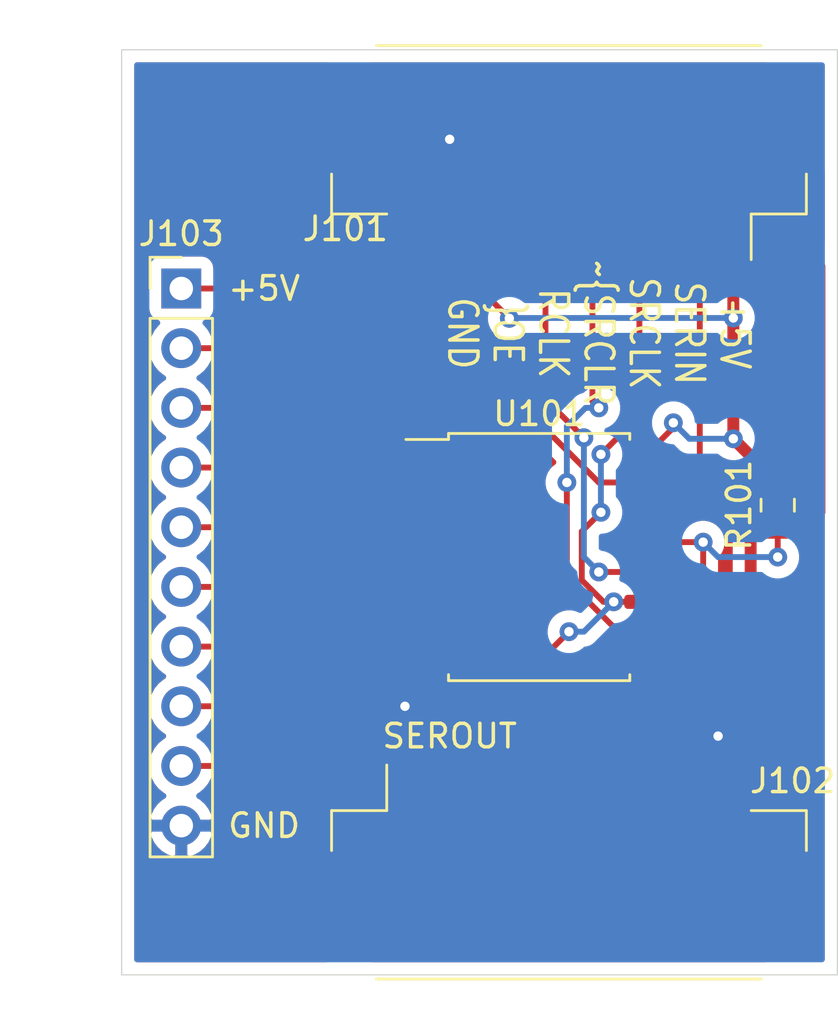
<source format=kicad_pcb>
(kicad_pcb (version 20171130) (host pcbnew 5.1.4-e60b266~84~ubuntu18.04.1)

  (general
    (thickness 1.6)
    (drawings 8)
    (tracks 130)
    (zones 0)
    (modules 5)
    (nets 17)
  )

  (page A4)
  (layers
    (0 F.Cu signal)
    (31 B.Cu signal)
    (32 B.Adhes user)
    (33 F.Adhes user)
    (34 B.Paste user)
    (35 F.Paste user)
    (36 B.SilkS user)
    (37 F.SilkS user)
    (38 B.Mask user)
    (39 F.Mask user)
    (40 Dwgs.User user)
    (41 Cmts.User user)
    (42 Eco1.User user)
    (43 Eco2.User user)
    (44 Edge.Cuts user)
    (45 Margin user)
    (46 B.CrtYd user)
    (47 F.CrtYd user)
    (48 B.Fab user)
    (49 F.Fab user)
  )

  (setup
    (last_trace_width 0.508)
    (user_trace_width 0.508)
    (trace_clearance 0.2)
    (zone_clearance 0.508)
    (zone_45_only no)
    (trace_min 0.2)
    (via_size 0.8)
    (via_drill 0.4)
    (via_min_size 0.4)
    (via_min_drill 0.3)
    (uvia_size 0.3)
    (uvia_drill 0.1)
    (uvias_allowed no)
    (uvia_min_size 0.2)
    (uvia_min_drill 0.1)
    (edge_width 0.05)
    (segment_width 0.2)
    (pcb_text_width 0.3)
    (pcb_text_size 1.5 1.5)
    (mod_edge_width 0.12)
    (mod_text_size 1 1)
    (mod_text_width 0.15)
    (pad_size 1.524 1.524)
    (pad_drill 0.762)
    (pad_to_mask_clearance 0.051)
    (solder_mask_min_width 0.25)
    (aux_axis_origin 0 0)
    (visible_elements FFFFFF7F)
    (pcbplotparams
      (layerselection 0x010fc_ffffffff)
      (usegerberextensions false)
      (usegerberattributes false)
      (usegerberadvancedattributes false)
      (creategerberjobfile false)
      (excludeedgelayer true)
      (linewidth 0.100000)
      (plotframeref false)
      (viasonmask false)
      (mode 1)
      (useauxorigin false)
      (hpglpennumber 1)
      (hpglpenspeed 20)
      (hpglpendiameter 15.000000)
      (psnegative false)
      (psa4output false)
      (plotreference true)
      (plotvalue true)
      (plotinvisibletext false)
      (padsonsilk false)
      (subtractmaskfromsilk false)
      (outputformat 1)
      (mirror false)
      (drillshape 1)
      (scaleselection 1)
      (outputdirectory ""))
  )

  (net 0 "")
  (net 1 GND)
  (net 2 /~OE)
  (net 3 /RCLK)
  (net 4 /~SRCLR)
  (net 5 /SRCLK)
  (net 6 /SERIN)
  (net 7 +5V)
  (net 8 /SEROUT)
  (net 9 "Net-(J103-Pad9)")
  (net 10 "Net-(J103-Pad8)")
  (net 11 "Net-(J103-Pad7)")
  (net 12 "Net-(J103-Pad6)")
  (net 13 "Net-(J103-Pad5)")
  (net 14 "Net-(J103-Pad4)")
  (net 15 "Net-(J103-Pad3)")
  (net 16 "Net-(J103-Pad2)")

  (net_class Default "This is the default net class."
    (clearance 0.2)
    (trace_width 0.25)
    (via_dia 0.8)
    (via_drill 0.4)
    (uvia_dia 0.3)
    (uvia_drill 0.1)
    (add_net +5V)
    (add_net /RCLK)
    (add_net /SERIN)
    (add_net /SEROUT)
    (add_net /SRCLK)
    (add_net /~OE)
    (add_net /~SRCLR)
    (add_net GND)
    (add_net "Net-(J103-Pad2)")
    (add_net "Net-(J103-Pad3)")
    (add_net "Net-(J103-Pad4)")
    (add_net "Net-(J103-Pad5)")
    (add_net "Net-(J103-Pad6)")
    (add_net "Net-(J103-Pad7)")
    (add_net "Net-(J103-Pad8)")
    (add_net "Net-(J103-Pad9)")
  )

  (module Package_SO:SOIC-16W_7.5x10.3mm_P1.27mm (layer F.Cu) (tedit 5C97300E) (tstamp 5DD21950)
    (at 157.48 76.2)
    (descr "SOIC, 16 Pin (JEDEC MS-013AA, https://www.analog.com/media/en/package-pcb-resources/package/pkg_pdf/soic_wide-rw/rw_16.pdf), generated with kicad-footprint-generator ipc_gullwing_generator.py")
    (tags "SOIC SO")
    (path /5DD1B1EA)
    (attr smd)
    (fp_text reference U101 (at 0 -6.1) (layer F.SilkS)
      (effects (font (size 1 1) (thickness 0.15)))
    )
    (fp_text value 74HC595 (at 0 6.1) (layer F.Fab)
      (effects (font (size 1 1) (thickness 0.15)))
    )
    (fp_text user %R (at 0 0) (layer F.Fab)
      (effects (font (size 1 1) (thickness 0.15)))
    )
    (fp_line (start 5.93 -5.4) (end -5.93 -5.4) (layer F.CrtYd) (width 0.05))
    (fp_line (start 5.93 5.4) (end 5.93 -5.4) (layer F.CrtYd) (width 0.05))
    (fp_line (start -5.93 5.4) (end 5.93 5.4) (layer F.CrtYd) (width 0.05))
    (fp_line (start -5.93 -5.4) (end -5.93 5.4) (layer F.CrtYd) (width 0.05))
    (fp_line (start -3.75 -4.15) (end -2.75 -5.15) (layer F.Fab) (width 0.1))
    (fp_line (start -3.75 5.15) (end -3.75 -4.15) (layer F.Fab) (width 0.1))
    (fp_line (start 3.75 5.15) (end -3.75 5.15) (layer F.Fab) (width 0.1))
    (fp_line (start 3.75 -5.15) (end 3.75 5.15) (layer F.Fab) (width 0.1))
    (fp_line (start -2.75 -5.15) (end 3.75 -5.15) (layer F.Fab) (width 0.1))
    (fp_line (start -3.86 -5.005) (end -5.675 -5.005) (layer F.SilkS) (width 0.12))
    (fp_line (start -3.86 -5.26) (end -3.86 -5.005) (layer F.SilkS) (width 0.12))
    (fp_line (start 0 -5.26) (end -3.86 -5.26) (layer F.SilkS) (width 0.12))
    (fp_line (start 3.86 -5.26) (end 3.86 -5.005) (layer F.SilkS) (width 0.12))
    (fp_line (start 0 -5.26) (end 3.86 -5.26) (layer F.SilkS) (width 0.12))
    (fp_line (start -3.86 5.26) (end -3.86 5.005) (layer F.SilkS) (width 0.12))
    (fp_line (start 0 5.26) (end -3.86 5.26) (layer F.SilkS) (width 0.12))
    (fp_line (start 3.86 5.26) (end 3.86 5.005) (layer F.SilkS) (width 0.12))
    (fp_line (start 0 5.26) (end 3.86 5.26) (layer F.SilkS) (width 0.12))
    (pad 16 smd roundrect (at 4.65 -4.445) (size 2.05 0.6) (layers F.Cu F.Paste F.Mask) (roundrect_rratio 0.25)
      (net 7 +5V))
    (pad 15 smd roundrect (at 4.65 -3.175) (size 2.05 0.6) (layers F.Cu F.Paste F.Mask) (roundrect_rratio 0.25)
      (net 16 "Net-(J103-Pad2)"))
    (pad 14 smd roundrect (at 4.65 -1.905) (size 2.05 0.6) (layers F.Cu F.Paste F.Mask) (roundrect_rratio 0.25)
      (net 6 /SERIN))
    (pad 13 smd roundrect (at 4.65 -0.635) (size 2.05 0.6) (layers F.Cu F.Paste F.Mask) (roundrect_rratio 0.25)
      (net 2 /~OE))
    (pad 12 smd roundrect (at 4.65 0.635) (size 2.05 0.6) (layers F.Cu F.Paste F.Mask) (roundrect_rratio 0.25)
      (net 3 /RCLK))
    (pad 11 smd roundrect (at 4.65 1.905) (size 2.05 0.6) (layers F.Cu F.Paste F.Mask) (roundrect_rratio 0.25)
      (net 5 /SRCLK))
    (pad 10 smd roundrect (at 4.65 3.175) (size 2.05 0.6) (layers F.Cu F.Paste F.Mask) (roundrect_rratio 0.25)
      (net 4 /~SRCLR))
    (pad 9 smd roundrect (at 4.65 4.445) (size 2.05 0.6) (layers F.Cu F.Paste F.Mask) (roundrect_rratio 0.25)
      (net 8 /SEROUT))
    (pad 8 smd roundrect (at -4.65 4.445) (size 2.05 0.6) (layers F.Cu F.Paste F.Mask) (roundrect_rratio 0.25)
      (net 1 GND))
    (pad 7 smd roundrect (at -4.65 3.175) (size 2.05 0.6) (layers F.Cu F.Paste F.Mask) (roundrect_rratio 0.25)
      (net 9 "Net-(J103-Pad9)"))
    (pad 6 smd roundrect (at -4.65 1.905) (size 2.05 0.6) (layers F.Cu F.Paste F.Mask) (roundrect_rratio 0.25)
      (net 10 "Net-(J103-Pad8)"))
    (pad 5 smd roundrect (at -4.65 0.635) (size 2.05 0.6) (layers F.Cu F.Paste F.Mask) (roundrect_rratio 0.25)
      (net 11 "Net-(J103-Pad7)"))
    (pad 4 smd roundrect (at -4.65 -0.635) (size 2.05 0.6) (layers F.Cu F.Paste F.Mask) (roundrect_rratio 0.25)
      (net 12 "Net-(J103-Pad6)"))
    (pad 3 smd roundrect (at -4.65 -1.905) (size 2.05 0.6) (layers F.Cu F.Paste F.Mask) (roundrect_rratio 0.25)
      (net 13 "Net-(J103-Pad5)"))
    (pad 2 smd roundrect (at -4.65 -3.175) (size 2.05 0.6) (layers F.Cu F.Paste F.Mask) (roundrect_rratio 0.25)
      (net 14 "Net-(J103-Pad4)"))
    (pad 1 smd roundrect (at -4.65 -4.445) (size 2.05 0.6) (layers F.Cu F.Paste F.Mask) (roundrect_rratio 0.25)
      (net 15 "Net-(J103-Pad3)"))
    (model ${KISYS3DMOD}/Package_SO.3dshapes/SOIC-16W_7.5x10.3mm_P1.27mm.wrl
      (at (xyz 0 0 0))
      (scale (xyz 1 1 1))
      (rotate (xyz 0 0 0))
    )
  )

  (module Resistor_SMD:R_0805_2012Metric (layer F.Cu) (tedit 5B36C52B) (tstamp 5DD21AB4)
    (at 167.64 73.9925 90)
    (descr "Resistor SMD 0805 (2012 Metric), square (rectangular) end terminal, IPC_7351 nominal, (Body size source: https://docs.google.com/spreadsheets/d/1BsfQQcO9C6DZCsRaXUlFlo91Tg2WpOkGARC1WS5S8t0/edit?usp=sharing), generated with kicad-footprint-generator")
    (tags resistor)
    (path /5DD25EBA)
    (attr smd)
    (fp_text reference R101 (at 0 -1.65 90) (layer F.SilkS)
      (effects (font (size 1 1) (thickness 0.15)))
    )
    (fp_text value 10k (at 0 1.65 90) (layer F.Fab)
      (effects (font (size 1 1) (thickness 0.15)))
    )
    (fp_text user %R (at 0 0 90) (layer F.Fab)
      (effects (font (size 0.5 0.5) (thickness 0.08)))
    )
    (fp_line (start 1.68 0.95) (end -1.68 0.95) (layer F.CrtYd) (width 0.05))
    (fp_line (start 1.68 -0.95) (end 1.68 0.95) (layer F.CrtYd) (width 0.05))
    (fp_line (start -1.68 -0.95) (end 1.68 -0.95) (layer F.CrtYd) (width 0.05))
    (fp_line (start -1.68 0.95) (end -1.68 -0.95) (layer F.CrtYd) (width 0.05))
    (fp_line (start -0.258578 0.71) (end 0.258578 0.71) (layer F.SilkS) (width 0.12))
    (fp_line (start -0.258578 -0.71) (end 0.258578 -0.71) (layer F.SilkS) (width 0.12))
    (fp_line (start 1 0.6) (end -1 0.6) (layer F.Fab) (width 0.1))
    (fp_line (start 1 -0.6) (end 1 0.6) (layer F.Fab) (width 0.1))
    (fp_line (start -1 -0.6) (end 1 -0.6) (layer F.Fab) (width 0.1))
    (fp_line (start -1 0.6) (end -1 -0.6) (layer F.Fab) (width 0.1))
    (pad 2 smd roundrect (at 0.9375 0 90) (size 0.975 1.4) (layers F.Cu F.Paste F.Mask) (roundrect_rratio 0.25)
      (net 7 +5V))
    (pad 1 smd roundrect (at -0.9375 0 90) (size 0.975 1.4) (layers F.Cu F.Paste F.Mask) (roundrect_rratio 0.25)
      (net 2 /~OE))
    (model ${KISYS3DMOD}/Resistor_SMD.3dshapes/R_0805_2012Metric.wrl
      (at (xyz 0 0 0))
      (scale (xyz 1 1 1))
      (rotate (xyz 0 0 0))
    )
  )

  (module Connector_PinHeader_2.54mm:PinHeader_1x10_P2.54mm_Vertical (layer F.Cu) (tedit 59FED5CC) (tstamp 5DD21620)
    (at 142.24 64.77)
    (descr "Through hole straight pin header, 1x10, 2.54mm pitch, single row")
    (tags "Through hole pin header THT 1x10 2.54mm single row")
    (path /5DD2C159)
    (fp_text reference J103 (at 0 -2.33) (layer F.SilkS)
      (effects (font (size 1 1) (thickness 0.15)))
    )
    (fp_text value Conn_01x10_Female (at 0 25.19) (layer F.Fab)
      (effects (font (size 1 1) (thickness 0.15)))
    )
    (fp_text user %R (at 0 11.43 90) (layer F.Fab)
      (effects (font (size 1 1) (thickness 0.15)))
    )
    (fp_line (start 1.8 -1.8) (end -1.8 -1.8) (layer F.CrtYd) (width 0.05))
    (fp_line (start 1.8 24.65) (end 1.8 -1.8) (layer F.CrtYd) (width 0.05))
    (fp_line (start -1.8 24.65) (end 1.8 24.65) (layer F.CrtYd) (width 0.05))
    (fp_line (start -1.8 -1.8) (end -1.8 24.65) (layer F.CrtYd) (width 0.05))
    (fp_line (start -1.33 -1.33) (end 0 -1.33) (layer F.SilkS) (width 0.12))
    (fp_line (start -1.33 0) (end -1.33 -1.33) (layer F.SilkS) (width 0.12))
    (fp_line (start -1.33 1.27) (end 1.33 1.27) (layer F.SilkS) (width 0.12))
    (fp_line (start 1.33 1.27) (end 1.33 24.19) (layer F.SilkS) (width 0.12))
    (fp_line (start -1.33 1.27) (end -1.33 24.19) (layer F.SilkS) (width 0.12))
    (fp_line (start -1.33 24.19) (end 1.33 24.19) (layer F.SilkS) (width 0.12))
    (fp_line (start -1.27 -0.635) (end -0.635 -1.27) (layer F.Fab) (width 0.1))
    (fp_line (start -1.27 24.13) (end -1.27 -0.635) (layer F.Fab) (width 0.1))
    (fp_line (start 1.27 24.13) (end -1.27 24.13) (layer F.Fab) (width 0.1))
    (fp_line (start 1.27 -1.27) (end 1.27 24.13) (layer F.Fab) (width 0.1))
    (fp_line (start -0.635 -1.27) (end 1.27 -1.27) (layer F.Fab) (width 0.1))
    (pad 10 thru_hole oval (at 0 22.86) (size 1.7 1.7) (drill 1) (layers *.Cu *.Mask)
      (net 1 GND))
    (pad 9 thru_hole oval (at 0 20.32) (size 1.7 1.7) (drill 1) (layers *.Cu *.Mask)
      (net 9 "Net-(J103-Pad9)"))
    (pad 8 thru_hole oval (at 0 17.78) (size 1.7 1.7) (drill 1) (layers *.Cu *.Mask)
      (net 10 "Net-(J103-Pad8)"))
    (pad 7 thru_hole oval (at 0 15.24) (size 1.7 1.7) (drill 1) (layers *.Cu *.Mask)
      (net 11 "Net-(J103-Pad7)"))
    (pad 6 thru_hole oval (at 0 12.7) (size 1.7 1.7) (drill 1) (layers *.Cu *.Mask)
      (net 12 "Net-(J103-Pad6)"))
    (pad 5 thru_hole oval (at 0 10.16) (size 1.7 1.7) (drill 1) (layers *.Cu *.Mask)
      (net 13 "Net-(J103-Pad5)"))
    (pad 4 thru_hole oval (at 0 7.62) (size 1.7 1.7) (drill 1) (layers *.Cu *.Mask)
      (net 14 "Net-(J103-Pad4)"))
    (pad 3 thru_hole oval (at 0 5.08) (size 1.7 1.7) (drill 1) (layers *.Cu *.Mask)
      (net 15 "Net-(J103-Pad3)"))
    (pad 2 thru_hole oval (at 0 2.54) (size 1.7 1.7) (drill 1) (layers *.Cu *.Mask)
      (net 16 "Net-(J103-Pad2)"))
    (pad 1 thru_hole rect (at 0 0) (size 1.7 1.7) (drill 1) (layers *.Cu *.Mask)
      (net 7 +5V))
    (model ${KISYS3DMOD}/Connector_PinHeader_2.54mm.3dshapes/PinHeader_1x10_P2.54mm_Vertical.wrl
      (at (xyz 0 0 0))
      (scale (xyz 1 1 1))
      (rotate (xyz 0 0 0))
    )
  )

  (module Connector_Molex:Molex_CLIK-Mate_502494-0870_1x08-1MP_P2.00mm_Horizontal (layer F.Cu) (tedit 5B78AD8A) (tstamp 5DD21602)
    (at 158.75 88.9)
    (descr "Molex CLIK-Mate series connector, 502494-0870 (http://www.molex.com/pdm_docs/sd/5024940270_sd.pdf), generated with kicad-footprint-generator")
    (tags "connector Molex CLIK-Mate top entry")
    (path /5DD1E95A)
    (attr smd)
    (fp_text reference J102 (at 9.525 -3.175) (layer F.SilkS)
      (effects (font (size 1 1) (thickness 0.15)))
    )
    (fp_text value Conn_01x07_Male (at 0 6.35) (layer F.Fab)
      (effects (font (size 1 1) (thickness 0.15)))
    )
    (fp_text user %R (at 0 0.38) (layer F.Fab)
      (effects (font (size 1 1) (thickness 0.15)))
    )
    (fp_line (start -7 -1.092893) (end -6.5 -1.8) (layer F.Fab) (width 0.1))
    (fp_line (start -7.5 -1.8) (end -7 -1.092893) (layer F.Fab) (width 0.1))
    (fp_line (start 10.75 -4.35) (end -10.75 -4.35) (layer F.CrtYd) (width 0.05))
    (fp_line (start 10.75 5.65) (end 10.75 -4.35) (layer F.CrtYd) (width 0.05))
    (fp_line (start -10.75 5.65) (end 10.75 5.65) (layer F.CrtYd) (width 0.05))
    (fp_line (start -10.75 -4.35) (end -10.75 5.65) (layer F.CrtYd) (width 0.05))
    (fp_line (start 10 -1.8) (end 10 2.55) (layer F.Fab) (width 0.1))
    (fp_line (start -10 -1.8) (end -10 2.55) (layer F.Fab) (width 0.1))
    (fp_line (start 9.67 2.55) (end 10 2.55) (layer F.Fab) (width 0.1))
    (fp_line (start 9.67 5.15) (end 9.67 2.55) (layer F.Fab) (width 0.1))
    (fp_line (start -9.67 5.15) (end 9.67 5.15) (layer F.Fab) (width 0.1))
    (fp_line (start -9.67 2.55) (end -9.67 5.15) (layer F.Fab) (width 0.1))
    (fp_line (start -10 2.55) (end -9.67 2.55) (layer F.Fab) (width 0.1))
    (fp_line (start -8.19 5.26) (end 8.19 5.26) (layer F.SilkS) (width 0.12))
    (fp_line (start 10.11 -1.91) (end 7.76 -1.91) (layer F.SilkS) (width 0.12))
    (fp_line (start 10.11 -0.21) (end 10.11 -1.91) (layer F.SilkS) (width 0.12))
    (fp_line (start -7.76 -1.91) (end -7.76 -3.85) (layer F.SilkS) (width 0.12))
    (fp_line (start -10.11 -1.91) (end -7.76 -1.91) (layer F.SilkS) (width 0.12))
    (fp_line (start -10.11 -0.21) (end -10.11 -1.91) (layer F.SilkS) (width 0.12))
    (fp_line (start -10 -1.8) (end 10 -1.8) (layer F.Fab) (width 0.1))
    (pad MP smd roundrect (at 9.35 1.95) (size 1.8 3.8) (layers F.Cu F.Paste F.Mask) (roundrect_rratio 0.138889))
    (pad MP smd roundrect (at -9.35 1.95) (size 1.8 3.8) (layers F.Cu F.Paste F.Mask) (roundrect_rratio 0.138889))
    (pad 8 smd roundrect (at 7 -2.5) (size 1 2.7) (layers F.Cu F.Paste F.Mask) (roundrect_rratio 0.25))
    (pad 7 smd roundrect (at 5 -2.5) (size 1 2.7) (layers F.Cu F.Paste F.Mask) (roundrect_rratio 0.25)
      (net 1 GND))
    (pad 6 smd roundrect (at 3 -2.5) (size 1 2.7) (layers F.Cu F.Paste F.Mask) (roundrect_rratio 0.25)
      (net 2 /~OE))
    (pad 5 smd roundrect (at 1 -2.5) (size 1 2.7) (layers F.Cu F.Paste F.Mask) (roundrect_rratio 0.25)
      (net 3 /RCLK))
    (pad 4 smd roundrect (at -1 -2.5) (size 1 2.7) (layers F.Cu F.Paste F.Mask) (roundrect_rratio 0.25)
      (net 4 /~SRCLR))
    (pad 3 smd roundrect (at -3 -2.5) (size 1 2.7) (layers F.Cu F.Paste F.Mask) (roundrect_rratio 0.25)
      (net 5 /SRCLK))
    (pad 2 smd roundrect (at -5 -2.5) (size 1 2.7) (layers F.Cu F.Paste F.Mask) (roundrect_rratio 0.25)
      (net 8 /SEROUT))
    (pad 1 smd roundrect (at -7 -2.5) (size 1 2.7) (layers F.Cu F.Paste F.Mask) (roundrect_rratio 0.25)
      (net 7 +5V))
    (model ${KISYS3DMOD}/Connector_Molex.3dshapes/Molex_CLIK-Mate_502494-0870_1x08-1MP_P2.00mm_Horizontal.wrl
      (at (xyz 0 0 0))
      (scale (xyz 1 1 1))
      (rotate (xyz 0 0 0))
    )
  )

  (module Connector_Molex:Molex_CLIK-Mate_502494-0870_1x08-1MP_P2.00mm_Horizontal (layer F.Cu) (tedit 5B78AD8A) (tstamp 5DD215DF)
    (at 158.75 59.69 180)
    (descr "Molex CLIK-Mate series connector, 502494-0870 (http://www.molex.com/pdm_docs/sd/5024940270_sd.pdf), generated with kicad-footprint-generator")
    (tags "connector Molex CLIK-Mate top entry")
    (path /5DD1E13B)
    (attr smd)
    (fp_text reference J101 (at 9.525 -2.54) (layer F.SilkS)
      (effects (font (size 1 1) (thickness 0.15)))
    )
    (fp_text value Conn_01x07_Female (at 0 6.35) (layer F.Fab)
      (effects (font (size 1 1) (thickness 0.15)))
    )
    (fp_text user %R (at 0 0.38) (layer F.Fab)
      (effects (font (size 1 1) (thickness 0.15)))
    )
    (fp_line (start -7 -1.092893) (end -6.5 -1.8) (layer F.Fab) (width 0.1))
    (fp_line (start -7.5 -1.8) (end -7 -1.092893) (layer F.Fab) (width 0.1))
    (fp_line (start 10.75 -4.35) (end -10.75 -4.35) (layer F.CrtYd) (width 0.05))
    (fp_line (start 10.75 5.65) (end 10.75 -4.35) (layer F.CrtYd) (width 0.05))
    (fp_line (start -10.75 5.65) (end 10.75 5.65) (layer F.CrtYd) (width 0.05))
    (fp_line (start -10.75 -4.35) (end -10.75 5.65) (layer F.CrtYd) (width 0.05))
    (fp_line (start 10 -1.8) (end 10 2.55) (layer F.Fab) (width 0.1))
    (fp_line (start -10 -1.8) (end -10 2.55) (layer F.Fab) (width 0.1))
    (fp_line (start 9.67 2.55) (end 10 2.55) (layer F.Fab) (width 0.1))
    (fp_line (start 9.67 5.15) (end 9.67 2.55) (layer F.Fab) (width 0.1))
    (fp_line (start -9.67 5.15) (end 9.67 5.15) (layer F.Fab) (width 0.1))
    (fp_line (start -9.67 2.55) (end -9.67 5.15) (layer F.Fab) (width 0.1))
    (fp_line (start -10 2.55) (end -9.67 2.55) (layer F.Fab) (width 0.1))
    (fp_line (start -8.19 5.26) (end 8.19 5.26) (layer F.SilkS) (width 0.12))
    (fp_line (start 10.11 -1.91) (end 7.76 -1.91) (layer F.SilkS) (width 0.12))
    (fp_line (start 10.11 -0.21) (end 10.11 -1.91) (layer F.SilkS) (width 0.12))
    (fp_line (start -7.76 -1.91) (end -7.76 -3.85) (layer F.SilkS) (width 0.12))
    (fp_line (start -10.11 -1.91) (end -7.76 -1.91) (layer F.SilkS) (width 0.12))
    (fp_line (start -10.11 -0.21) (end -10.11 -1.91) (layer F.SilkS) (width 0.12))
    (fp_line (start -10 -1.8) (end 10 -1.8) (layer F.Fab) (width 0.1))
    (pad MP smd roundrect (at 9.35 1.95 180) (size 1.8 3.8) (layers F.Cu F.Paste F.Mask) (roundrect_rratio 0.138889))
    (pad MP smd roundrect (at -9.35 1.95 180) (size 1.8 3.8) (layers F.Cu F.Paste F.Mask) (roundrect_rratio 0.138889))
    (pad 8 smd roundrect (at 7 -2.5 180) (size 1 2.7) (layers F.Cu F.Paste F.Mask) (roundrect_rratio 0.25))
    (pad 7 smd roundrect (at 5 -2.5 180) (size 1 2.7) (layers F.Cu F.Paste F.Mask) (roundrect_rratio 0.25)
      (net 1 GND))
    (pad 6 smd roundrect (at 3 -2.5 180) (size 1 2.7) (layers F.Cu F.Paste F.Mask) (roundrect_rratio 0.25)
      (net 2 /~OE))
    (pad 5 smd roundrect (at 1 -2.5 180) (size 1 2.7) (layers F.Cu F.Paste F.Mask) (roundrect_rratio 0.25)
      (net 3 /RCLK))
    (pad 4 smd roundrect (at -1 -2.5 180) (size 1 2.7) (layers F.Cu F.Paste F.Mask) (roundrect_rratio 0.25)
      (net 4 /~SRCLR))
    (pad 3 smd roundrect (at -3 -2.5 180) (size 1 2.7) (layers F.Cu F.Paste F.Mask) (roundrect_rratio 0.25)
      (net 5 /SRCLK))
    (pad 2 smd roundrect (at -5 -2.5 180) (size 1 2.7) (layers F.Cu F.Paste F.Mask) (roundrect_rratio 0.25)
      (net 6 /SERIN))
    (pad 1 smd roundrect (at -7 -2.5 180) (size 1 2.7) (layers F.Cu F.Paste F.Mask) (roundrect_rratio 0.25)
      (net 7 +5V))
    (model ${KISYS3DMOD}/Connector_Molex.3dshapes/Molex_CLIK-Mate_502494-0870_1x08-1MP_P2.00mm_Horizontal.wrl
      (at (xyz 0 0 0))
      (scale (xyz 1 1 1))
      (rotate (xyz 0 0 0))
    )
  )

  (gr_text SEROUT (at 153.67 83.82) (layer F.SilkS)
    (effects (font (size 1 1) (thickness 0.15)))
  )
  (gr_text "+5V\nSERIN\nSRCLK\n~SRCLR\nRCLK\n~OE\nGND" (at 160.02 66.675 270) (layer F.SilkS)
    (effects (font (size 1.2 1) (thickness 0.15)))
  )
  (gr_text GND (at 144.145 87.63) (layer F.SilkS)
    (effects (font (size 1 1) (thickness 0.15)) (justify left))
  )
  (gr_text "+5V\n" (at 144.145 64.77) (layer F.SilkS)
    (effects (font (size 1 1) (thickness 0.15)) (justify left))
  )
  (gr_line (start 139.7 93.98) (end 139.7 54.61) (layer Edge.Cuts) (width 0.05) (tstamp 5DD21B15))
  (gr_line (start 170.18 93.98) (end 139.7 93.98) (layer Edge.Cuts) (width 0.05))
  (gr_line (start 170.18 54.61) (end 170.18 93.98) (layer Edge.Cuts) (width 0.05))
  (gr_line (start 139.7 54.61) (end 170.18 54.61) (layer Edge.Cuts) (width 0.05))

  (via (at 151.765 82.55) (size 0.8) (drill 0.4) (layers F.Cu B.Cu) (net 1))
  (segment (start 152.83 80.645) (end 152.83 81.485) (width 0.25) (layer F.Cu) (net 1))
  (segment (start 152.83 81.485) (end 151.765 82.55) (width 0.25) (layer F.Cu) (net 1))
  (via (at 165.1 83.82) (size 0.8) (drill 0.4) (layers F.Cu B.Cu) (net 1))
  (segment (start 163.75 86.4) (end 163.75 85.17) (width 0.508) (layer F.Cu) (net 1))
  (segment (start 163.75 85.17) (end 165.1 83.82) (width 0.508) (layer F.Cu) (net 1))
  (via (at 153.67 58.42) (size 0.8) (drill 0.4) (layers F.Cu B.Cu) (net 1))
  (segment (start 153.75 62.19) (end 153.75 58.5) (width 0.508) (layer F.Cu) (net 1))
  (segment (start 153.75 58.5) (end 153.67 58.42) (width 0.508) (layer F.Cu) (net 1))
  (segment (start 156.32071 61.61929) (end 156.32071 61.4561) (width 0.25) (layer F.Cu) (net 2))
  (segment (start 155.75 62.19) (end 156.32071 61.61929) (width 0.25) (layer F.Cu) (net 2))
  (segment (start 156.32071 61.4561) (end 158.08681 59.69) (width 0.25) (layer F.Cu) (net 2))
  (segment (start 158.08681 59.69) (end 158.36182 59.96501) (width 0.25) (layer F.Cu) (net 2))
  (segment (start 158.36182 59.96501) (end 165.6882 59.96501) (width 0.25) (layer F.Cu) (net 2))
  (segment (start 169.545 63.82181) (end 169.545 74.295) (width 0.25) (layer F.Cu) (net 2))
  (segment (start 165.6882 59.96501) (end 169.545 63.82181) (width 0.25) (layer F.Cu) (net 2))
  (segment (start 168.91 74.93) (end 169.545 74.295) (width 0.25) (layer F.Cu) (net 2))
  (segment (start 167.64 74.93) (end 168.91 74.93) (width 0.25) (layer F.Cu) (net 2))
  (via (at 167.64 76.2) (size 0.8) (drill 0.4) (layers F.Cu B.Cu) (net 2))
  (segment (start 167.64 74.93) (end 167.64 76.2) (width 0.25) (layer F.Cu) (net 2))
  (via (at 164.465 75.565) (size 0.8) (drill 0.4) (layers F.Cu B.Cu) (net 2))
  (segment (start 167.64 76.2) (end 165.1 76.2) (width 0.25) (layer B.Cu) (net 2))
  (segment (start 165.1 76.2) (end 164.465 75.565) (width 0.25) (layer B.Cu) (net 2))
  (segment (start 164.465 75.565) (end 162.13 75.565) (width 0.25) (layer F.Cu) (net 2))
  (segment (start 162.32071 85.82929) (end 161.75 86.4) (width 0.25) (layer F.Cu) (net 2))
  (segment (start 162.32071 84.69429) (end 162.32071 85.82929) (width 0.25) (layer F.Cu) (net 2))
  (segment (start 164.465 82.55) (end 162.32071 84.69429) (width 0.25) (layer F.Cu) (net 2))
  (segment (start 164.465 75.565) (end 164.465 82.55) (width 0.25) (layer F.Cu) (net 2))
  (segment (start 157.75 69.485) (end 159.385 71.12) (width 0.25) (layer F.Cu) (net 3))
  (segment (start 157.75 62.19) (end 157.75 69.485) (width 0.25) (layer F.Cu) (net 3))
  (via (at 159.385 71.12) (size 0.8) (drill 0.4) (layers F.Cu B.Cu) (net 3))
  (segment (start 159.385 71.12) (end 159.385 76.2) (width 0.25) (layer B.Cu) (net 3))
  (via (at 160.02 76.835) (size 0.8) (drill 0.4) (layers F.Cu B.Cu) (net 3))
  (segment (start 159.385 76.2) (end 160.02 76.835) (width 0.25) (layer B.Cu) (net 3))
  (segment (start 160.02 76.835) (end 162.13 76.835) (width 0.25) (layer F.Cu) (net 3))
  (segment (start 160.32071 85.82929) (end 160.32071 84.78929) (width 0.25) (layer F.Cu) (net 3))
  (segment (start 159.75 86.4) (end 160.32071 85.82929) (width 0.25) (layer F.Cu) (net 3))
  (segment (start 160.32071 84.78929) (end 163.83 81.28) (width 0.25) (layer F.Cu) (net 3))
  (segment (start 163.255 76.835) (end 162.13 76.835) (width 0.25) (layer F.Cu) (net 3))
  (segment (start 163.83 77.41) (end 163.255 76.835) (width 0.25) (layer F.Cu) (net 3))
  (segment (start 163.83 81.28) (end 163.83 77.41) (width 0.25) (layer F.Cu) (net 3))
  (via (at 160.02 69.85) (size 0.8) (drill 0.4) (layers F.Cu B.Cu) (net 4))
  (segment (start 159.75 62.19) (end 159.75 69.58) (width 0.25) (layer F.Cu) (net 4))
  (segment (start 159.75 69.58) (end 160.02 69.85) (width 0.25) (layer F.Cu) (net 4))
  (segment (start 158.65999 70.644325) (end 158.65999 72.459315) (width 0.25) (layer B.Cu) (net 4))
  (segment (start 160.02 69.85) (end 159.454315 69.85) (width 0.25) (layer B.Cu) (net 4))
  (segment (start 159.454315 69.85) (end 158.65999 70.644325) (width 0.25) (layer B.Cu) (net 4))
  (segment (start 158.65999 72.459315) (end 158.65999 73.025) (width 0.25) (layer B.Cu) (net 4))
  (via (at 158.65999 73.025) (size 0.8) (drill 0.4) (layers F.Cu B.Cu) (net 4))
  (segment (start 158.65999 77.184403) (end 158.65999 73.590685) (width 0.25) (layer F.Cu) (net 4))
  (segment (start 158.65999 73.590685) (end 158.65999 73.025) (width 0.25) (layer F.Cu) (net 4))
  (segment (start 160.850587 79.375) (end 158.65999 77.184403) (width 0.25) (layer F.Cu) (net 4))
  (segment (start 162.13 79.375) (end 160.850587 79.375) (width 0.25) (layer F.Cu) (net 4))
  (segment (start 158.32071 81.904877) (end 160.850587 79.375) (width 0.25) (layer F.Cu) (net 4))
  (segment (start 157.75 86.4) (end 157.75 82.475587) (width 0.25) (layer F.Cu) (net 4))
  (segment (start 157.75 82.475587) (end 158.32071 81.904877) (width 0.25) (layer F.Cu) (net 4))
  (via (at 160.11001 71.828558) (size 0.8) (drill 0.4) (layers F.Cu B.Cu) (net 5))
  (via (at 160.11001 74.295) (size 0.8) (drill 0.4) (layers F.Cu B.Cu) (net 5))
  (segment (start 161.75 70.188568) (end 160.510009 71.428559) (width 0.25) (layer F.Cu) (net 5))
  (segment (start 161.75 62.19) (end 161.75 70.188568) (width 0.25) (layer F.Cu) (net 5))
  (segment (start 160.510009 71.428559) (end 160.11001 71.828558) (width 0.25) (layer F.Cu) (net 5))
  (segment (start 160.11001 71.828558) (end 160.11001 74.295) (width 0.25) (layer B.Cu) (net 5))
  (segment (start 162.13 78.105) (end 160.216998 78.105) (width 0.25) (layer F.Cu) (net 5))
  (segment (start 159.294999 77.183001) (end 159.294999 75.110011) (width 0.25) (layer F.Cu) (net 5))
  (segment (start 160.216998 78.105) (end 159.294999 77.183001) (width 0.25) (layer F.Cu) (net 5))
  (segment (start 159.710011 74.694999) (end 160.11001 74.295) (width 0.25) (layer F.Cu) (net 5))
  (segment (start 159.294999 75.110011) (end 159.710011 74.694999) (width 0.25) (layer F.Cu) (net 5))
  (via (at 158.75 79.375) (size 0.8) (drill 0.4) (layers F.Cu B.Cu) (net 5))
  (segment (start 155.75 86.4) (end 155.75 82.375) (width 0.25) (layer F.Cu) (net 5))
  (segment (start 155.75 82.375) (end 158.75 79.375) (width 0.25) (layer F.Cu) (net 5))
  (via (at 160.655 78.105) (size 0.8) (drill 0.4) (layers F.Cu B.Cu) (net 5))
  (segment (start 158.75 79.375) (end 159.385 79.375) (width 0.25) (layer B.Cu) (net 5))
  (segment (start 159.385 79.375) (end 160.655 78.105) (width 0.25) (layer B.Cu) (net 5))
  (segment (start 163.255 74.295) (end 162.13 74.295) (width 0.25) (layer F.Cu) (net 6))
  (segment (start 164.32071 73.22929) (end 163.255 74.295) (width 0.25) (layer F.Cu) (net 6))
  (segment (start 164.32071 62.76071) (end 164.32071 73.22929) (width 0.25) (layer F.Cu) (net 6))
  (segment (start 163.75 62.19) (end 164.32071 62.76071) (width 0.25) (layer F.Cu) (net 6))
  (segment (start 165.75 71.165) (end 167.64 73.055) (width 0.508) (layer F.Cu) (net 7))
  (segment (start 166.48599 74.20901) (end 166.48599 76.95099) (width 0.508) (layer F.Cu) (net 7))
  (segment (start 167.64 73.055) (end 166.48599 74.20901) (width 0.508) (layer F.Cu) (net 7))
  (segment (start 166.48599 76.95099) (end 167.005 77.47) (width 0.508) (layer F.Cu) (net 7))
  (segment (start 167.005 87.490622) (end 164.960622 89.535) (width 0.508) (layer F.Cu) (net 7))
  (segment (start 167.005 77.47) (end 167.005 87.490622) (width 0.508) (layer F.Cu) (net 7))
  (segment (start 151.75 87.85) (end 151.75 86.4) (width 0.508) (layer F.Cu) (net 7))
  (segment (start 153.435 89.535) (end 151.75 87.85) (width 0.508) (layer F.Cu) (net 7))
  (segment (start 164.960622 89.535) (end 153.435 89.535) (width 0.508) (layer F.Cu) (net 7))
  (via (at 165.75 71.165) (size 0.8) (drill 0.4) (layers F.Cu B.Cu) (net 7))
  (via (at 163.195 70.485) (size 0.8) (drill 0.4) (layers F.Cu B.Cu) (net 7))
  (segment (start 165.75 71.165) (end 163.875 71.165) (width 0.25) (layer B.Cu) (net 7))
  (segment (start 163.875 71.165) (end 163.195 70.485) (width 0.25) (layer B.Cu) (net 7))
  (segment (start 163.195 70.69) (end 162.13 71.755) (width 0.25) (layer F.Cu) (net 7))
  (segment (start 163.195 70.485) (end 163.195 70.69) (width 0.25) (layer F.Cu) (net 7))
  (via (at 165.75 66.025) (size 0.8) (drill 0.4) (layers F.Cu B.Cu) (net 7))
  (segment (start 165.75 62.19) (end 165.75 66.025) (width 0.508) (layer F.Cu) (net 7))
  (segment (start 165.75 66.025) (end 165.75 71.165) (width 0.508) (layer F.Cu) (net 7))
  (via (at 156.21 66.04) (size 0.8) (drill 0.4) (layers F.Cu B.Cu) (net 7))
  (segment (start 165.75 66.025) (end 156.225 66.025) (width 0.25) (layer B.Cu) (net 7))
  (segment (start 156.225 66.025) (end 156.21 66.04) (width 0.25) (layer B.Cu) (net 7))
  (segment (start 154.94 64.77) (end 142.24 64.77) (width 0.25) (layer F.Cu) (net 7))
  (segment (start 156.21 66.04) (end 154.94 64.77) (width 0.25) (layer F.Cu) (net 7))
  (segment (start 153.75 87.85) (end 154.8 88.9) (width 0.25) (layer F.Cu) (net 8))
  (segment (start 153.75 86.4) (end 153.75 87.85) (width 0.25) (layer F.Cu) (net 8))
  (segment (start 157.41319 88.9) (end 158.75 87.56319) (width 0.25) (layer F.Cu) (net 8))
  (segment (start 154.8 88.9) (end 157.41319 88.9) (width 0.25) (layer F.Cu) (net 8))
  (segment (start 158.75 84.025) (end 162.13 80.645) (width 0.25) (layer F.Cu) (net 8))
  (segment (start 158.75 87.56319) (end 158.75 84.025) (width 0.25) (layer F.Cu) (net 8))
  (segment (start 152.45929 79.74571) (end 150.12429 79.74571) (width 0.25) (layer F.Cu) (net 9))
  (segment (start 152.83 79.375) (end 152.45929 79.74571) (width 0.25) (layer F.Cu) (net 9))
  (segment (start 144.78 85.09) (end 142.24 85.09) (width 0.25) (layer F.Cu) (net 9))
  (segment (start 150.12429 79.74571) (end 144.78 85.09) (width 0.25) (layer F.Cu) (net 9))
  (segment (start 152.83 78.105) (end 149.225 78.105) (width 0.25) (layer F.Cu) (net 10))
  (segment (start 149.225 78.105) (end 144.78 82.55) (width 0.25) (layer F.Cu) (net 10))
  (segment (start 144.78 82.55) (end 142.24 82.55) (width 0.25) (layer F.Cu) (net 10))
  (segment (start 152.83 76.835) (end 148.59 76.835) (width 0.25) (layer F.Cu) (net 11))
  (segment (start 145.415 80.01) (end 142.24 80.01) (width 0.25) (layer F.Cu) (net 11))
  (segment (start 148.59 76.835) (end 145.415 80.01) (width 0.25) (layer F.Cu) (net 11))
  (segment (start 152.83 75.565) (end 147.955 75.565) (width 0.25) (layer F.Cu) (net 12))
  (segment (start 146.05 77.47) (end 142.24 77.47) (width 0.25) (layer F.Cu) (net 12))
  (segment (start 147.955 75.565) (end 146.05 77.47) (width 0.25) (layer F.Cu) (net 12))
  (segment (start 152.83 74.295) (end 149.86 74.295) (width 0.25) (layer F.Cu) (net 13))
  (segment (start 149.225 74.93) (end 142.24 74.93) (width 0.25) (layer F.Cu) (net 13))
  (segment (start 149.86 74.295) (end 149.225 74.93) (width 0.25) (layer F.Cu) (net 13))
  (segment (start 152.83 73.025) (end 145.415 73.025) (width 0.25) (layer F.Cu) (net 14))
  (segment (start 144.78 72.39) (end 142.24 72.39) (width 0.25) (layer F.Cu) (net 14))
  (segment (start 145.415 73.025) (end 144.78 72.39) (width 0.25) (layer F.Cu) (net 14))
  (segment (start 152.83 71.755) (end 150.925 69.85) (width 0.25) (layer F.Cu) (net 15))
  (segment (start 150.925 69.85) (end 142.24 69.85) (width 0.25) (layer F.Cu) (net 15))
  (segment (start 162.13 73.025) (end 160.02 73.025) (width 0.25) (layer F.Cu) (net 16))
  (segment (start 154.305 67.31) (end 142.24 67.31) (width 0.25) (layer F.Cu) (net 16))
  (segment (start 160.02 73.025) (end 154.305 67.31) (width 0.25) (layer F.Cu) (net 16))

  (zone (net 1) (net_name GND) (layer F.Cu) (tstamp 0) (hatch edge 0.508)
    (connect_pads (clearance 0.508))
    (min_thickness 0.254)
    (fill yes (arc_segments 32) (thermal_gap 0.508) (thermal_bridge_width 0.508))
    (polygon
      (pts
        (xy 139.7 54.61) (xy 170.18 54.61) (xy 170.18 93.98) (xy 139.7 93.98)
      )
    )
    (filled_polygon
      (pts
        (xy 148.256614 55.351595) (xy 148.122038 55.462038) (xy 148.011595 55.596614) (xy 147.929528 55.75015) (xy 147.878992 55.916746)
        (xy 147.861928 56.09) (xy 147.861928 59.39) (xy 147.878992 59.563254) (xy 147.929528 59.72985) (xy 148.011595 59.883386)
        (xy 148.122038 60.017962) (xy 148.256614 60.128405) (xy 148.41015 60.210472) (xy 148.576746 60.261008) (xy 148.75 60.278072)
        (xy 150.05 60.278072) (xy 150.223254 60.261008) (xy 150.38985 60.210472) (xy 150.543386 60.128405) (xy 150.677962 60.017962)
        (xy 150.788405 59.883386) (xy 150.870472 59.72985) (xy 150.921008 59.563254) (xy 150.938072 59.39) (xy 150.938072 56.09)
        (xy 150.921008 55.916746) (xy 150.870472 55.75015) (xy 150.788405 55.596614) (xy 150.677962 55.462038) (xy 150.543386 55.351595)
        (xy 150.390733 55.27) (xy 167.109267 55.27) (xy 166.956614 55.351595) (xy 166.822038 55.462038) (xy 166.711595 55.596614)
        (xy 166.629528 55.75015) (xy 166.578992 55.916746) (xy 166.561928 56.09) (xy 166.561928 59.39) (xy 166.578992 59.563254)
        (xy 166.629528 59.72985) (xy 166.711595 59.883386) (xy 166.822038 60.017962) (xy 166.956614 60.128405) (xy 167.11015 60.210472)
        (xy 167.276746 60.261008) (xy 167.45 60.278072) (xy 168.75 60.278072) (xy 168.923254 60.261008) (xy 169.08985 60.210472)
        (xy 169.243386 60.128405) (xy 169.377962 60.017962) (xy 169.488405 59.883386) (xy 169.52 59.824276) (xy 169.52 62.722008)
        (xy 166.252004 59.454013) (xy 166.228201 59.425009) (xy 166.112476 59.330036) (xy 165.980447 59.259464) (xy 165.837186 59.216007)
        (xy 165.725533 59.20501) (xy 165.725522 59.20501) (xy 165.6882 59.201334) (xy 165.650878 59.20501) (xy 158.676621 59.20501)
        (xy 158.650614 59.179003) (xy 158.626811 59.149999) (xy 158.511086 59.055026) (xy 158.379056 58.984454) (xy 158.235796 58.940997)
        (xy 158.08681 58.926323) (xy 157.937824 58.940997) (xy 157.794563 58.984454) (xy 157.662534 59.055026) (xy 157.546809 59.149999)
        (xy 157.523011 59.178997) (xy 156.400215 60.301794) (xy 156.33985 60.269528) (xy 156.173254 60.218992) (xy 156 60.201928)
        (xy 155.5 60.201928) (xy 155.326746 60.218992) (xy 155.16015 60.269528) (xy 155.006614 60.351595) (xy 154.872038 60.462038)
        (xy 154.809031 60.538813) (xy 154.780537 60.485506) (xy 154.701185 60.388815) (xy 154.604494 60.309463) (xy 154.49418 60.250498)
        (xy 154.374482 60.214188) (xy 154.25 60.201928) (xy 154.03575 60.205) (xy 153.877 60.36375) (xy 153.877 62.063)
        (xy 153.897 62.063) (xy 153.897 62.317) (xy 153.877 62.317) (xy 153.877 62.337) (xy 153.623 62.337)
        (xy 153.623 62.317) (xy 153.603 62.317) (xy 153.603 62.063) (xy 153.623 62.063) (xy 153.623 60.36375)
        (xy 153.46425 60.205) (xy 153.25 60.201928) (xy 153.125518 60.214188) (xy 153.00582 60.250498) (xy 152.895506 60.309463)
        (xy 152.798815 60.388815) (xy 152.719463 60.485506) (xy 152.690969 60.538813) (xy 152.627962 60.462038) (xy 152.493386 60.351595)
        (xy 152.33985 60.269528) (xy 152.173254 60.218992) (xy 152 60.201928) (xy 151.5 60.201928) (xy 151.326746 60.218992)
        (xy 151.16015 60.269528) (xy 151.006614 60.351595) (xy 150.872038 60.462038) (xy 150.761595 60.596614) (xy 150.679528 60.75015)
        (xy 150.628992 60.916746) (xy 150.611928 61.09) (xy 150.611928 63.29) (xy 150.628992 63.463254) (xy 150.679528 63.62985)
        (xy 150.761595 63.783386) (xy 150.872038 63.917962) (xy 150.984187 64.01) (xy 143.728072 64.01) (xy 143.728072 63.92)
        (xy 143.715812 63.795518) (xy 143.679502 63.67582) (xy 143.620537 63.565506) (xy 143.541185 63.468815) (xy 143.444494 63.389463)
        (xy 143.33418 63.330498) (xy 143.214482 63.294188) (xy 143.09 63.281928) (xy 141.39 63.281928) (xy 141.265518 63.294188)
        (xy 141.14582 63.330498) (xy 141.035506 63.389463) (xy 140.938815 63.468815) (xy 140.859463 63.565506) (xy 140.800498 63.67582)
        (xy 140.764188 63.795518) (xy 140.751928 63.92) (xy 140.751928 65.62) (xy 140.764188 65.744482) (xy 140.800498 65.86418)
        (xy 140.859463 65.974494) (xy 140.938815 66.071185) (xy 141.035506 66.150537) (xy 141.14582 66.209502) (xy 141.214687 66.230393)
        (xy 141.184866 66.254866) (xy 140.999294 66.480986) (xy 140.861401 66.738966) (xy 140.776487 67.018889) (xy 140.747815 67.31)
        (xy 140.776487 67.601111) (xy 140.861401 67.881034) (xy 140.999294 68.139014) (xy 141.184866 68.365134) (xy 141.410986 68.550706)
        (xy 141.465791 68.58) (xy 141.410986 68.609294) (xy 141.184866 68.794866) (xy 140.999294 69.020986) (xy 140.861401 69.278966)
        (xy 140.776487 69.558889) (xy 140.747815 69.85) (xy 140.776487 70.141111) (xy 140.861401 70.421034) (xy 140.999294 70.679014)
        (xy 141.184866 70.905134) (xy 141.410986 71.090706) (xy 141.465791 71.12) (xy 141.410986 71.149294) (xy 141.184866 71.334866)
        (xy 140.999294 71.560986) (xy 140.861401 71.818966) (xy 140.776487 72.098889) (xy 140.747815 72.39) (xy 140.776487 72.681111)
        (xy 140.861401 72.961034) (xy 140.999294 73.219014) (xy 141.184866 73.445134) (xy 141.410986 73.630706) (xy 141.465791 73.66)
        (xy 141.410986 73.689294) (xy 141.184866 73.874866) (xy 140.999294 74.100986) (xy 140.861401 74.358966) (xy 140.776487 74.638889)
        (xy 140.747815 74.93) (xy 140.776487 75.221111) (xy 140.861401 75.501034) (xy 140.999294 75.759014) (xy 141.184866 75.985134)
        (xy 141.410986 76.170706) (xy 141.465791 76.2) (xy 141.410986 76.229294) (xy 141.184866 76.414866) (xy 140.999294 76.640986)
        (xy 140.861401 76.898966) (xy 140.776487 77.178889) (xy 140.747815 77.47) (xy 140.776487 77.761111) (xy 140.861401 78.041034)
        (xy 140.999294 78.299014) (xy 141.184866 78.525134) (xy 141.410986 78.710706) (xy 141.465791 78.74) (xy 141.410986 78.769294)
        (xy 141.184866 78.954866) (xy 140.999294 79.180986) (xy 140.861401 79.438966) (xy 140.776487 79.718889) (xy 140.747815 80.01)
        (xy 140.776487 80.301111) (xy 140.861401 80.581034) (xy 140.999294 80.839014) (xy 141.184866 81.065134) (xy 141.410986 81.250706)
        (xy 141.465791 81.28) (xy 141.410986 81.309294) (xy 141.184866 81.494866) (xy 140.999294 81.720986) (xy 140.861401 81.978966)
        (xy 140.776487 82.258889) (xy 140.747815 82.55) (xy 140.776487 82.841111) (xy 140.861401 83.121034) (xy 140.999294 83.379014)
        (xy 141.184866 83.605134) (xy 141.410986 83.790706) (xy 141.465791 83.82) (xy 141.410986 83.849294) (xy 141.184866 84.034866)
        (xy 140.999294 84.260986) (xy 140.861401 84.518966) (xy 140.776487 84.798889) (xy 140.747815 85.09) (xy 140.776487 85.381111)
        (xy 140.861401 85.661034) (xy 140.999294 85.919014) (xy 141.184866 86.145134) (xy 141.410986 86.330706) (xy 141.475523 86.365201)
        (xy 141.358645 86.434822) (xy 141.142412 86.629731) (xy 140.968359 86.86308) (xy 140.843175 87.125901) (xy 140.798524 87.27311)
        (xy 140.919845 87.503) (xy 142.113 87.503) (xy 142.113 87.483) (xy 142.367 87.483) (xy 142.367 87.503)
        (xy 143.560155 87.503) (xy 143.681476 87.27311) (xy 143.636825 87.125901) (xy 143.511641 86.86308) (xy 143.337588 86.629731)
        (xy 143.121355 86.434822) (xy 143.004477 86.365201) (xy 143.069014 86.330706) (xy 143.295134 86.145134) (xy 143.480706 85.919014)
        (xy 143.517595 85.85) (xy 144.742678 85.85) (xy 144.78 85.853676) (xy 144.817322 85.85) (xy 144.817333 85.85)
        (xy 144.928986 85.839003) (xy 145.072247 85.795546) (xy 145.204276 85.724974) (xy 145.320001 85.630001) (xy 145.343804 85.600997)
        (xy 149.999802 80.945) (xy 151.166928 80.945) (xy 151.179188 81.069482) (xy 151.215498 81.18918) (xy 151.274463 81.299494)
        (xy 151.353815 81.396185) (xy 151.450506 81.475537) (xy 151.56082 81.534502) (xy 151.680518 81.570812) (xy 151.805 81.583072)
        (xy 152.54425 81.58) (xy 152.703 81.42125) (xy 152.703 80.772) (xy 152.957 80.772) (xy 152.957 81.42125)
        (xy 153.11575 81.58) (xy 153.855 81.583072) (xy 153.979482 81.570812) (xy 154.09918 81.534502) (xy 154.209494 81.475537)
        (xy 154.306185 81.396185) (xy 154.385537 81.299494) (xy 154.444502 81.18918) (xy 154.480812 81.069482) (xy 154.493072 80.945)
        (xy 154.49 80.93075) (xy 154.33125 80.772) (xy 152.957 80.772) (xy 152.703 80.772) (xy 151.32875 80.772)
        (xy 151.17 80.93075) (xy 151.166928 80.945) (xy 149.999802 80.945) (xy 150.439093 80.50571) (xy 151.31646 80.50571)
        (xy 151.32875 80.518) (xy 152.703 80.518) (xy 152.703 80.498) (xy 152.957 80.498) (xy 152.957 80.518)
        (xy 154.33125 80.518) (xy 154.49 80.35925) (xy 154.493072 80.345) (xy 154.480812 80.220518) (xy 154.444502 80.10082)
        (xy 154.385537 79.990506) (xy 154.36127 79.960936) (xy 154.433084 79.826582) (xy 154.477929 79.678745) (xy 154.493072 79.525)
        (xy 154.493072 79.225) (xy 154.477929 79.071255) (xy 154.433084 78.923418) (xy 154.360258 78.787171) (xy 154.321546 78.74)
        (xy 154.360258 78.692829) (xy 154.433084 78.556582) (xy 154.477929 78.408745) (xy 154.493072 78.255) (xy 154.493072 77.955)
        (xy 154.477929 77.801255) (xy 154.433084 77.653418) (xy 154.360258 77.517171) (xy 154.321546 77.47) (xy 154.360258 77.422829)
        (xy 154.433084 77.286582) (xy 154.477929 77.138745) (xy 154.493072 76.985) (xy 154.493072 76.685) (xy 154.477929 76.531255)
        (xy 154.433084 76.383418) (xy 154.360258 76.247171) (xy 154.321546 76.2) (xy 154.360258 76.152829) (xy 154.433084 76.016582)
        (xy 154.477929 75.868745) (xy 154.493072 75.715) (xy 154.493072 75.415) (xy 154.477929 75.261255) (xy 154.433084 75.113418)
        (xy 154.360258 74.977171) (xy 154.321546 74.93) (xy 154.360258 74.882829) (xy 154.433084 74.746582) (xy 154.477929 74.598745)
        (xy 154.493072 74.445) (xy 154.493072 74.145) (xy 154.477929 73.991255) (xy 154.433084 73.843418) (xy 154.360258 73.707171)
        (xy 154.321546 73.66) (xy 154.360258 73.612829) (xy 154.433084 73.476582) (xy 154.477929 73.328745) (xy 154.493072 73.175)
        (xy 154.493072 72.875) (xy 154.477929 72.721255) (xy 154.433084 72.573418) (xy 154.360258 72.437171) (xy 154.321546 72.39)
        (xy 154.360258 72.342829) (xy 154.433084 72.206582) (xy 154.477929 72.058745) (xy 154.493072 71.905) (xy 154.493072 71.605)
        (xy 154.477929 71.451255) (xy 154.433084 71.303418) (xy 154.360258 71.167171) (xy 154.262251 71.047749) (xy 154.142829 70.949742)
        (xy 154.006582 70.876916) (xy 153.858745 70.832071) (xy 153.705 70.816928) (xy 152.96673 70.816928) (xy 151.488804 69.339003)
        (xy 151.465001 69.309999) (xy 151.349276 69.215026) (xy 151.217247 69.144454) (xy 151.073986 69.100997) (xy 150.962333 69.09)
        (xy 150.962322 69.09) (xy 150.925 69.086324) (xy 150.887678 69.09) (xy 143.517595 69.09) (xy 143.480706 69.020986)
        (xy 143.295134 68.794866) (xy 143.069014 68.609294) (xy 143.014209 68.58) (xy 143.069014 68.550706) (xy 143.295134 68.365134)
        (xy 143.480706 68.139014) (xy 143.517595 68.07) (xy 153.990199 68.07) (xy 158.084767 72.164568) (xy 158.000216 72.221063)
        (xy 157.856053 72.365226) (xy 157.742785 72.534744) (xy 157.664764 72.723102) (xy 157.62499 72.923061) (xy 157.62499 73.126939)
        (xy 157.664764 73.326898) (xy 157.742785 73.515256) (xy 157.856053 73.684774) (xy 157.899991 73.728712) (xy 157.89999 77.14708)
        (xy 157.896314 77.184403) (xy 157.89999 77.221725) (xy 157.89999 77.221735) (xy 157.910987 77.333388) (xy 157.952419 77.469974)
        (xy 157.954444 77.476649) (xy 158.025016 77.608679) (xy 158.061733 77.653418) (xy 158.119989 77.724404) (xy 158.148993 77.748207)
        (xy 158.740786 78.34) (xy 158.648061 78.34) (xy 158.448102 78.379774) (xy 158.259744 78.457795) (xy 158.090226 78.571063)
        (xy 157.946063 78.715226) (xy 157.832795 78.884744) (xy 157.754774 79.073102) (xy 157.715 79.273061) (xy 157.715 79.335198)
        (xy 155.238998 81.811201) (xy 155.21 81.834999) (xy 155.186202 81.863997) (xy 155.186201 81.863998) (xy 155.115026 81.950724)
        (xy 155.044454 82.082754) (xy 155.000998 82.226015) (xy 154.986324 82.375) (xy 154.990001 82.412332) (xy 154.99 84.575229)
        (xy 154.872038 84.672038) (xy 154.761595 84.806614) (xy 154.75 84.828307) (xy 154.738405 84.806614) (xy 154.627962 84.672038)
        (xy 154.493386 84.561595) (xy 154.33985 84.479528) (xy 154.173254 84.428992) (xy 154 84.411928) (xy 153.5 84.411928)
        (xy 153.326746 84.428992) (xy 153.16015 84.479528) (xy 153.006614 84.561595) (xy 152.872038 84.672038) (xy 152.761595 84.806614)
        (xy 152.75 84.828307) (xy 152.738405 84.806614) (xy 152.627962 84.672038) (xy 152.493386 84.561595) (xy 152.33985 84.479528)
        (xy 152.173254 84.428992) (xy 152 84.411928) (xy 151.5 84.411928) (xy 151.326746 84.428992) (xy 151.16015 84.479528)
        (xy 151.006614 84.561595) (xy 150.872038 84.672038) (xy 150.761595 84.806614) (xy 150.679528 84.96015) (xy 150.628992 85.126746)
        (xy 150.611928 85.3) (xy 150.611928 87.5) (xy 150.628992 87.673254) (xy 150.679528 87.83985) (xy 150.761595 87.993386)
        (xy 150.872038 88.127962) (xy 150.916348 88.164326) (xy 150.924697 88.19185) (xy 151.007247 88.34629) (xy 151.118341 88.481659)
        (xy 151.152264 88.509499) (xy 152.775506 90.132742) (xy 152.803341 90.166659) (xy 152.938709 90.277753) (xy 153.093149 90.360303)
        (xy 153.187758 90.389002) (xy 153.260725 90.411136) (xy 153.277325 90.412771) (xy 153.391333 90.424) (xy 153.39134 90.424)
        (xy 153.435 90.4283) (xy 153.47866 90.424) (xy 164.916962 90.424) (xy 164.960622 90.4283) (xy 165.004282 90.424)
        (xy 165.004289 90.424) (xy 165.134896 90.411136) (xy 165.302473 90.360303) (xy 165.456913 90.277753) (xy 165.592281 90.166659)
        (xy 165.620121 90.132736) (xy 166.562919 89.189939) (xy 166.561928 89.2) (xy 166.561928 92.5) (xy 166.578992 92.673254)
        (xy 166.629528 92.83985) (xy 166.711595 92.993386) (xy 166.822038 93.127962) (xy 166.956614 93.238405) (xy 167.109267 93.32)
        (xy 150.390733 93.32) (xy 150.543386 93.238405) (xy 150.677962 93.127962) (xy 150.788405 92.993386) (xy 150.870472 92.83985)
        (xy 150.921008 92.673254) (xy 150.938072 92.5) (xy 150.938072 89.2) (xy 150.921008 89.026746) (xy 150.870472 88.86015)
        (xy 150.788405 88.706614) (xy 150.677962 88.572038) (xy 150.543386 88.461595) (xy 150.38985 88.379528) (xy 150.223254 88.328992)
        (xy 150.05 88.311928) (xy 148.75 88.311928) (xy 148.576746 88.328992) (xy 148.41015 88.379528) (xy 148.256614 88.461595)
        (xy 148.122038 88.572038) (xy 148.011595 88.706614) (xy 147.929528 88.86015) (xy 147.878992 89.026746) (xy 147.861928 89.2)
        (xy 147.861928 92.5) (xy 147.878992 92.673254) (xy 147.929528 92.83985) (xy 148.011595 92.993386) (xy 148.122038 93.127962)
        (xy 148.256614 93.238405) (xy 148.409267 93.32) (xy 140.36 93.32) (xy 140.36 87.98689) (xy 140.798524 87.98689)
        (xy 140.843175 88.134099) (xy 140.968359 88.39692) (xy 141.142412 88.630269) (xy 141.358645 88.825178) (xy 141.608748 88.974157)
        (xy 141.883109 89.071481) (xy 142.113 88.950814) (xy 142.113 87.757) (xy 142.367 87.757) (xy 142.367 88.950814)
        (xy 142.596891 89.071481) (xy 142.871252 88.974157) (xy 143.121355 88.825178) (xy 143.337588 88.630269) (xy 143.511641 88.39692)
        (xy 143.636825 88.134099) (xy 143.681476 87.98689) (xy 143.560155 87.757) (xy 142.367 87.757) (xy 142.113 87.757)
        (xy 140.919845 87.757) (xy 140.798524 87.98689) (xy 140.36 87.98689) (xy 140.36 55.27) (xy 148.409267 55.27)
      )
    )
    (filled_polygon
      (pts
        (xy 165.090226 71.968937) (xy 165.259744 72.082205) (xy 165.448102 72.160226) (xy 165.497895 72.17013) (xy 166.301928 72.974164)
        (xy 166.301928 73.135837) (xy 165.888254 73.549511) (xy 165.854331 73.577351) (xy 165.743237 73.71272) (xy 165.660687 73.86716)
        (xy 165.641224 73.931322) (xy 165.622484 73.993102) (xy 165.609854 74.034737) (xy 165.59699 74.165344) (xy 165.59699 74.16535)
        (xy 165.59269 74.20901) (xy 165.59699 74.25267) (xy 165.596991 76.90732) (xy 165.59269 76.95099) (xy 165.609854 77.125264)
        (xy 165.660688 77.292842) (xy 165.743238 77.447281) (xy 165.782215 77.494774) (xy 165.854332 77.582649) (xy 165.888249 77.610484)
        (xy 166.116 77.838235) (xy 166.116001 84.423353) (xy 166 84.411928) (xy 165.5 84.411928) (xy 165.326746 84.428992)
        (xy 165.16015 84.479528) (xy 165.006614 84.561595) (xy 164.872038 84.672038) (xy 164.809031 84.748813) (xy 164.780537 84.695506)
        (xy 164.701185 84.598815) (xy 164.604494 84.519463) (xy 164.49418 84.460498) (xy 164.374482 84.424188) (xy 164.25 84.411928)
        (xy 164.03575 84.415) (xy 163.877 84.57375) (xy 163.877 86.273) (xy 163.897 86.273) (xy 163.897 86.527)
        (xy 163.877 86.527) (xy 163.877 88.22625) (xy 164.03575 88.385) (xy 164.25 88.388072) (xy 164.374482 88.375812)
        (xy 164.49418 88.339502) (xy 164.604494 88.280537) (xy 164.701185 88.201185) (xy 164.780537 88.104494) (xy 164.809031 88.051187)
        (xy 164.872038 88.127962) (xy 165.002971 88.235415) (xy 164.592387 88.646) (xy 158.741992 88.646) (xy 159.099785 88.288206)
        (xy 159.16015 88.320472) (xy 159.326746 88.371008) (xy 159.5 88.388072) (xy 160 88.388072) (xy 160.173254 88.371008)
        (xy 160.33985 88.320472) (xy 160.493386 88.238405) (xy 160.627962 88.127962) (xy 160.738405 87.993386) (xy 160.75 87.971693)
        (xy 160.761595 87.993386) (xy 160.872038 88.127962) (xy 161.006614 88.238405) (xy 161.16015 88.320472) (xy 161.326746 88.371008)
        (xy 161.5 88.388072) (xy 162 88.388072) (xy 162.173254 88.371008) (xy 162.33985 88.320472) (xy 162.493386 88.238405)
        (xy 162.627962 88.127962) (xy 162.690969 88.051187) (xy 162.719463 88.104494) (xy 162.798815 88.201185) (xy 162.895506 88.280537)
        (xy 163.00582 88.339502) (xy 163.125518 88.375812) (xy 163.25 88.388072) (xy 163.46425 88.385) (xy 163.623 88.22625)
        (xy 163.623 86.527) (xy 163.603 86.527) (xy 163.603 86.273) (xy 163.623 86.273) (xy 163.623 84.57375)
        (xy 163.569526 84.520276) (xy 164.976003 83.113799) (xy 165.005001 83.090001) (xy 165.04654 83.039386) (xy 165.099974 82.974277)
        (xy 165.170546 82.842247) (xy 165.183581 82.799276) (xy 165.214003 82.698986) (xy 165.225 82.587333) (xy 165.225 82.587323)
        (xy 165.228676 82.55) (xy 165.225 82.512678) (xy 165.225 76.268711) (xy 165.268937 76.224774) (xy 165.382205 76.055256)
        (xy 165.460226 75.866898) (xy 165.5 75.666939) (xy 165.5 75.463061) (xy 165.460226 75.263102) (xy 165.382205 75.074744)
        (xy 165.268937 74.905226) (xy 165.124774 74.761063) (xy 164.955256 74.647795) (xy 164.766898 74.569774) (xy 164.566939 74.53)
        (xy 164.363061 74.53) (xy 164.163102 74.569774) (xy 163.978606 74.646195) (xy 164.831713 73.793089) (xy 164.860711 73.769291)
        (xy 164.955684 73.653566) (xy 165.026256 73.521537) (xy 165.069713 73.378276) (xy 165.08071 73.266623) (xy 165.084387 73.22929)
        (xy 165.08071 73.191957) (xy 165.08071 71.959421)
      )
    )
  )
  (zone (net 1) (net_name GND) (layer B.Cu) (tstamp 0) (hatch edge 0.508)
    (connect_pads (clearance 0.508))
    (min_thickness 0.254)
    (fill yes (arc_segments 32) (thermal_gap 0.508) (thermal_bridge_width 0.508))
    (polygon
      (pts
        (xy 139.7 54.61) (xy 170.18 54.61) (xy 170.18 93.98) (xy 139.7 93.98)
      )
    )
    (filled_polygon
      (pts
        (xy 169.520001 93.32) (xy 140.36 93.32) (xy 140.36 87.98689) (xy 140.798524 87.98689) (xy 140.843175 88.134099)
        (xy 140.968359 88.39692) (xy 141.142412 88.630269) (xy 141.358645 88.825178) (xy 141.608748 88.974157) (xy 141.883109 89.071481)
        (xy 142.113 88.950814) (xy 142.113 87.757) (xy 142.367 87.757) (xy 142.367 88.950814) (xy 142.596891 89.071481)
        (xy 142.871252 88.974157) (xy 143.121355 88.825178) (xy 143.337588 88.630269) (xy 143.511641 88.39692) (xy 143.636825 88.134099)
        (xy 143.681476 87.98689) (xy 143.560155 87.757) (xy 142.367 87.757) (xy 142.113 87.757) (xy 140.919845 87.757)
        (xy 140.798524 87.98689) (xy 140.36 87.98689) (xy 140.36 67.31) (xy 140.747815 67.31) (xy 140.776487 67.601111)
        (xy 140.861401 67.881034) (xy 140.999294 68.139014) (xy 141.184866 68.365134) (xy 141.410986 68.550706) (xy 141.465791 68.58)
        (xy 141.410986 68.609294) (xy 141.184866 68.794866) (xy 140.999294 69.020986) (xy 140.861401 69.278966) (xy 140.776487 69.558889)
        (xy 140.747815 69.85) (xy 140.776487 70.141111) (xy 140.861401 70.421034) (xy 140.999294 70.679014) (xy 141.184866 70.905134)
        (xy 141.410986 71.090706) (xy 141.465791 71.12) (xy 141.410986 71.149294) (xy 141.184866 71.334866) (xy 140.999294 71.560986)
        (xy 140.861401 71.818966) (xy 140.776487 72.098889) (xy 140.747815 72.39) (xy 140.776487 72.681111) (xy 140.861401 72.961034)
        (xy 140.999294 73.219014) (xy 141.184866 73.445134) (xy 141.410986 73.630706) (xy 141.465791 73.66) (xy 141.410986 73.689294)
        (xy 141.184866 73.874866) (xy 140.999294 74.100986) (xy 140.861401 74.358966) (xy 140.776487 74.638889) (xy 140.747815 74.93)
        (xy 140.776487 75.221111) (xy 140.861401 75.501034) (xy 140.999294 75.759014) (xy 141.184866 75.985134) (xy 141.410986 76.170706)
        (xy 141.465791 76.2) (xy 141.410986 76.229294) (xy 141.184866 76.414866) (xy 140.999294 76.640986) (xy 140.861401 76.898966)
        (xy 140.776487 77.178889) (xy 140.747815 77.47) (xy 140.776487 77.761111) (xy 140.861401 78.041034) (xy 140.999294 78.299014)
        (xy 141.184866 78.525134) (xy 141.410986 78.710706) (xy 141.465791 78.74) (xy 141.410986 78.769294) (xy 141.184866 78.954866)
        (xy 140.999294 79.180986) (xy 140.861401 79.438966) (xy 140.776487 79.718889) (xy 140.747815 80.01) (xy 140.776487 80.301111)
        (xy 140.861401 80.581034) (xy 140.999294 80.839014) (xy 141.184866 81.065134) (xy 141.410986 81.250706) (xy 141.465791 81.28)
        (xy 141.410986 81.309294) (xy 141.184866 81.494866) (xy 140.999294 81.720986) (xy 140.861401 81.978966) (xy 140.776487 82.258889)
        (xy 140.747815 82.55) (xy 140.776487 82.841111) (xy 140.861401 83.121034) (xy 140.999294 83.379014) (xy 141.184866 83.605134)
        (xy 141.410986 83.790706) (xy 141.465791 83.82) (xy 141.410986 83.849294) (xy 141.184866 84.034866) (xy 140.999294 84.260986)
        (xy 140.861401 84.518966) (xy 140.776487 84.798889) (xy 140.747815 85.09) (xy 140.776487 85.381111) (xy 140.861401 85.661034)
        (xy 140.999294 85.919014) (xy 141.184866 86.145134) (xy 141.410986 86.330706) (xy 141.475523 86.365201) (xy 141.358645 86.434822)
        (xy 141.142412 86.629731) (xy 140.968359 86.86308) (xy 140.843175 87.125901) (xy 140.798524 87.27311) (xy 140.919845 87.503)
        (xy 142.113 87.503) (xy 142.113 87.483) (xy 142.367 87.483) (xy 142.367 87.503) (xy 143.560155 87.503)
        (xy 143.681476 87.27311) (xy 143.636825 87.125901) (xy 143.511641 86.86308) (xy 143.337588 86.629731) (xy 143.121355 86.434822)
        (xy 143.004477 86.365201) (xy 143.069014 86.330706) (xy 143.295134 86.145134) (xy 143.480706 85.919014) (xy 143.618599 85.661034)
        (xy 143.703513 85.381111) (xy 143.732185 85.09) (xy 143.703513 84.798889) (xy 143.618599 84.518966) (xy 143.480706 84.260986)
        (xy 143.295134 84.034866) (xy 143.069014 83.849294) (xy 143.014209 83.82) (xy 143.069014 83.790706) (xy 143.295134 83.605134)
        (xy 143.480706 83.379014) (xy 143.618599 83.121034) (xy 143.703513 82.841111) (xy 143.732185 82.55) (xy 143.703513 82.258889)
        (xy 143.618599 81.978966) (xy 143.480706 81.720986) (xy 143.295134 81.494866) (xy 143.069014 81.309294) (xy 143.014209 81.28)
        (xy 143.069014 81.250706) (xy 143.295134 81.065134) (xy 143.480706 80.839014) (xy 143.618599 80.581034) (xy 143.703513 80.301111)
        (xy 143.732185 80.01) (xy 143.703513 79.718889) (xy 143.618599 79.438966) (xy 143.480706 79.180986) (xy 143.295134 78.954866)
        (xy 143.069014 78.769294) (xy 143.014209 78.74) (xy 143.069014 78.710706) (xy 143.295134 78.525134) (xy 143.480706 78.299014)
        (xy 143.618599 78.041034) (xy 143.703513 77.761111) (xy 143.732185 77.47) (xy 143.703513 77.178889) (xy 143.618599 76.898966)
        (xy 143.480706 76.640986) (xy 143.295134 76.414866) (xy 143.069014 76.229294) (xy 143.014209 76.2) (xy 143.069014 76.170706)
        (xy 143.295134 75.985134) (xy 143.480706 75.759014) (xy 143.618599 75.501034) (xy 143.703513 75.221111) (xy 143.732185 74.93)
        (xy 143.703513 74.638889) (xy 143.618599 74.358966) (xy 143.480706 74.100986) (xy 143.295134 73.874866) (xy 143.069014 73.689294)
        (xy 143.014209 73.66) (xy 143.069014 73.630706) (xy 143.295134 73.445134) (xy 143.480706 73.219014) (xy 143.618599 72.961034)
        (xy 143.630118 72.923061) (xy 157.62499 72.923061) (xy 157.62499 73.126939) (xy 157.664764 73.326898) (xy 157.742785 73.515256)
        (xy 157.856053 73.684774) (xy 158.000216 73.828937) (xy 158.169734 73.942205) (xy 158.358092 74.020226) (xy 158.558051 74.06)
        (xy 158.625001 74.06) (xy 158.625001 76.162668) (xy 158.621324 76.2) (xy 158.635998 76.348985) (xy 158.679454 76.492246)
        (xy 158.750026 76.624276) (xy 158.800694 76.686014) (xy 158.845 76.740001) (xy 158.873998 76.763799) (xy 158.985 76.874801)
        (xy 158.985 76.936939) (xy 159.024774 77.136898) (xy 159.102795 77.325256) (xy 159.216063 77.494774) (xy 159.360226 77.638937)
        (xy 159.529744 77.752205) (xy 159.659229 77.80584) (xy 159.62 78.003061) (xy 159.62 78.065198) (xy 159.231168 78.454031)
        (xy 159.051898 78.379774) (xy 158.851939 78.34) (xy 158.648061 78.34) (xy 158.448102 78.379774) (xy 158.259744 78.457795)
        (xy 158.090226 78.571063) (xy 157.946063 78.715226) (xy 157.832795 78.884744) (xy 157.754774 79.073102) (xy 157.715 79.273061)
        (xy 157.715 79.476939) (xy 157.754774 79.676898) (xy 157.832795 79.865256) (xy 157.946063 80.034774) (xy 158.090226 80.178937)
        (xy 158.259744 80.292205) (xy 158.448102 80.370226) (xy 158.648061 80.41) (xy 158.851939 80.41) (xy 159.051898 80.370226)
        (xy 159.240256 80.292205) (xy 159.409774 80.178937) (xy 159.457139 80.131572) (xy 159.533986 80.124003) (xy 159.677247 80.080546)
        (xy 159.809276 80.009974) (xy 159.925001 79.915001) (xy 159.948804 79.885997) (xy 160.694802 79.14) (xy 160.756939 79.14)
        (xy 160.956898 79.100226) (xy 161.145256 79.022205) (xy 161.314774 78.908937) (xy 161.458937 78.764774) (xy 161.572205 78.595256)
        (xy 161.650226 78.406898) (xy 161.69 78.206939) (xy 161.69 78.003061) (xy 161.650226 77.803102) (xy 161.572205 77.614744)
        (xy 161.458937 77.445226) (xy 161.314774 77.301063) (xy 161.145256 77.187795) (xy 161.015771 77.13416) (xy 161.055 76.936939)
        (xy 161.055 76.733061) (xy 161.015226 76.533102) (xy 160.937205 76.344744) (xy 160.823937 76.175226) (xy 160.679774 76.031063)
        (xy 160.510256 75.917795) (xy 160.321898 75.839774) (xy 160.145 75.804587) (xy 160.145 75.463061) (xy 163.43 75.463061)
        (xy 163.43 75.666939) (xy 163.469774 75.866898) (xy 163.547795 76.055256) (xy 163.661063 76.224774) (xy 163.805226 76.368937)
        (xy 163.974744 76.482205) (xy 164.163102 76.560226) (xy 164.363061 76.6) (xy 164.425198 76.6) (xy 164.5362 76.711002)
        (xy 164.559999 76.740001) (xy 164.588997 76.763799) (xy 164.675724 76.834974) (xy 164.807753 76.905546) (xy 164.951014 76.949003)
        (xy 165.1 76.963677) (xy 165.137333 76.96) (xy 166.936289 76.96) (xy 166.980226 77.003937) (xy 167.149744 77.117205)
        (xy 167.338102 77.195226) (xy 167.538061 77.235) (xy 167.741939 77.235) (xy 167.941898 77.195226) (xy 168.130256 77.117205)
        (xy 168.299774 77.003937) (xy 168.443937 76.859774) (xy 168.557205 76.690256) (xy 168.635226 76.501898) (xy 168.675 76.301939)
        (xy 168.675 76.098061) (xy 168.635226 75.898102) (xy 168.557205 75.709744) (xy 168.443937 75.540226) (xy 168.299774 75.396063)
        (xy 168.130256 75.282795) (xy 167.941898 75.204774) (xy 167.741939 75.165) (xy 167.538061 75.165) (xy 167.338102 75.204774)
        (xy 167.149744 75.282795) (xy 166.980226 75.396063) (xy 166.936289 75.44) (xy 165.495413 75.44) (xy 165.460226 75.263102)
        (xy 165.382205 75.074744) (xy 165.268937 74.905226) (xy 165.124774 74.761063) (xy 164.955256 74.647795) (xy 164.766898 74.569774)
        (xy 164.566939 74.53) (xy 164.363061 74.53) (xy 164.163102 74.569774) (xy 163.974744 74.647795) (xy 163.805226 74.761063)
        (xy 163.661063 74.905226) (xy 163.547795 75.074744) (xy 163.469774 75.263102) (xy 163.43 75.463061) (xy 160.145 75.463061)
        (xy 160.145 75.33) (xy 160.211949 75.33) (xy 160.411908 75.290226) (xy 160.600266 75.212205) (xy 160.769784 75.098937)
        (xy 160.913947 74.954774) (xy 161.027215 74.785256) (xy 161.105236 74.596898) (xy 161.14501 74.396939) (xy 161.14501 74.193061)
        (xy 161.105236 73.993102) (xy 161.027215 73.804744) (xy 160.913947 73.635226) (xy 160.87001 73.591289) (xy 160.87001 72.532269)
        (xy 160.913947 72.488332) (xy 161.027215 72.318814) (xy 161.105236 72.130456) (xy 161.14501 71.930497) (xy 161.14501 71.726619)
        (xy 161.105236 71.52666) (xy 161.027215 71.338302) (xy 160.913947 71.168784) (xy 160.769784 71.024621) (xy 160.600266 70.911353)
        (xy 160.411908 70.833332) (xy 160.382075 70.827398) (xy 160.380771 70.82084) (xy 160.510256 70.767205) (xy 160.679774 70.653937)
        (xy 160.823937 70.509774) (xy 160.908603 70.383061) (xy 162.16 70.383061) (xy 162.16 70.586939) (xy 162.199774 70.786898)
        (xy 162.277795 70.975256) (xy 162.391063 71.144774) (xy 162.535226 71.288937) (xy 162.704744 71.402205) (xy 162.893102 71.480226)
        (xy 163.093061 71.52) (xy 163.155198 71.52) (xy 163.311201 71.676002) (xy 163.334999 71.705001) (xy 163.450724 71.799974)
        (xy 163.582753 71.870546) (xy 163.726014 71.914003) (xy 163.837667 71.925) (xy 163.837676 71.925) (xy 163.874999 71.928676)
        (xy 163.912322 71.925) (xy 165.046289 71.925) (xy 165.090226 71.968937) (xy 165.259744 72.082205) (xy 165.448102 72.160226)
        (xy 165.648061 72.2) (xy 165.851939 72.2) (xy 166.051898 72.160226) (xy 166.240256 72.082205) (xy 166.409774 71.968937)
        (xy 166.553937 71.824774) (xy 166.667205 71.655256) (xy 166.745226 71.466898) (xy 166.785 71.266939) (xy 166.785 71.063061)
        (xy 166.745226 70.863102) (xy 166.667205 70.674744) (xy 166.553937 70.505226) (xy 166.409774 70.361063) (xy 166.240256 70.247795)
        (xy 166.051898 70.169774) (xy 165.851939 70.13) (xy 165.648061 70.13) (xy 165.448102 70.169774) (xy 165.259744 70.247795)
        (xy 165.090226 70.361063) (xy 165.046289 70.405) (xy 164.23 70.405) (xy 164.23 70.383061) (xy 164.190226 70.183102)
        (xy 164.112205 69.994744) (xy 163.998937 69.825226) (xy 163.854774 69.681063) (xy 163.685256 69.567795) (xy 163.496898 69.489774)
        (xy 163.296939 69.45) (xy 163.093061 69.45) (xy 162.893102 69.489774) (xy 162.704744 69.567795) (xy 162.535226 69.681063)
        (xy 162.391063 69.825226) (xy 162.277795 69.994744) (xy 162.199774 70.183102) (xy 162.16 70.383061) (xy 160.908603 70.383061)
        (xy 160.937205 70.340256) (xy 161.015226 70.151898) (xy 161.055 69.951939) (xy 161.055 69.748061) (xy 161.015226 69.548102)
        (xy 160.937205 69.359744) (xy 160.823937 69.190226) (xy 160.679774 69.046063) (xy 160.510256 68.932795) (xy 160.321898 68.854774)
        (xy 160.121939 68.815) (xy 159.918061 68.815) (xy 159.718102 68.854774) (xy 159.529744 68.932795) (xy 159.360226 69.046063)
        (xy 159.305276 69.101013) (xy 159.162068 69.144454) (xy 159.030039 69.215026) (xy 158.914314 69.309999) (xy 158.890516 69.338998)
        (xy 158.148992 70.080522) (xy 158.119989 70.104324) (xy 158.066276 70.169774) (xy 158.025016 70.220049) (xy 157.960764 70.340256)
        (xy 157.954444 70.352079) (xy 157.910987 70.49534) (xy 157.89999 70.606993) (xy 157.89999 70.607003) (xy 157.896314 70.644325)
        (xy 157.89999 70.681648) (xy 157.899991 72.321288) (xy 157.856053 72.365226) (xy 157.742785 72.534744) (xy 157.664764 72.723102)
        (xy 157.62499 72.923061) (xy 143.630118 72.923061) (xy 143.703513 72.681111) (xy 143.732185 72.39) (xy 143.703513 72.098889)
        (xy 143.618599 71.818966) (xy 143.480706 71.560986) (xy 143.295134 71.334866) (xy 143.069014 71.149294) (xy 143.014209 71.12)
        (xy 143.069014 71.090706) (xy 143.295134 70.905134) (xy 143.480706 70.679014) (xy 143.618599 70.421034) (xy 143.703513 70.141111)
        (xy 143.732185 69.85) (xy 143.703513 69.558889) (xy 143.618599 69.278966) (xy 143.480706 69.020986) (xy 143.295134 68.794866)
        (xy 143.069014 68.609294) (xy 143.014209 68.58) (xy 143.069014 68.550706) (xy 143.295134 68.365134) (xy 143.480706 68.139014)
        (xy 143.618599 67.881034) (xy 143.703513 67.601111) (xy 143.732185 67.31) (xy 143.703513 67.018889) (xy 143.618599 66.738966)
        (xy 143.480706 66.480986) (xy 143.295134 66.254866) (xy 143.265313 66.230393) (xy 143.33418 66.209502) (xy 143.444494 66.150537)
        (xy 143.541185 66.071185) (xy 143.620537 65.974494) (xy 143.640011 65.938061) (xy 155.175 65.938061) (xy 155.175 66.141939)
        (xy 155.214774 66.341898) (xy 155.292795 66.530256) (xy 155.406063 66.699774) (xy 155.550226 66.843937) (xy 155.719744 66.957205)
        (xy 155.908102 67.035226) (xy 156.108061 67.075) (xy 156.311939 67.075) (xy 156.511898 67.035226) (xy 156.700256 66.957205)
        (xy 156.869774 66.843937) (xy 156.928711 66.785) (xy 165.046289 66.785) (xy 165.090226 66.828937) (xy 165.259744 66.942205)
        (xy 165.448102 67.020226) (xy 165.648061 67.06) (xy 165.851939 67.06) (xy 166.051898 67.020226) (xy 166.240256 66.942205)
        (xy 166.409774 66.828937) (xy 166.553937 66.684774) (xy 166.667205 66.515256) (xy 166.745226 66.326898) (xy 166.785 66.126939)
        (xy 166.785 65.923061) (xy 166.745226 65.723102) (xy 166.667205 65.534744) (xy 166.553937 65.365226) (xy 166.409774 65.221063)
        (xy 166.240256 65.107795) (xy 166.051898 65.029774) (xy 165.851939 64.99) (xy 165.648061 64.99) (xy 165.448102 65.029774)
        (xy 165.259744 65.107795) (xy 165.090226 65.221063) (xy 165.046289 65.265) (xy 156.898711 65.265) (xy 156.869774 65.236063)
        (xy 156.700256 65.122795) (xy 156.511898 65.044774) (xy 156.311939 65.005) (xy 156.108061 65.005) (xy 155.908102 65.044774)
        (xy 155.719744 65.122795) (xy 155.550226 65.236063) (xy 155.406063 65.380226) (xy 155.292795 65.549744) (xy 155.214774 65.738102)
        (xy 155.175 65.938061) (xy 143.640011 65.938061) (xy 143.679502 65.86418) (xy 143.715812 65.744482) (xy 143.728072 65.62)
        (xy 143.728072 63.92) (xy 143.715812 63.795518) (xy 143.679502 63.67582) (xy 143.620537 63.565506) (xy 143.541185 63.468815)
        (xy 143.444494 63.389463) (xy 143.33418 63.330498) (xy 143.214482 63.294188) (xy 143.09 63.281928) (xy 141.39 63.281928)
        (xy 141.265518 63.294188) (xy 141.14582 63.330498) (xy 141.035506 63.389463) (xy 140.938815 63.468815) (xy 140.859463 63.565506)
        (xy 140.800498 63.67582) (xy 140.764188 63.795518) (xy 140.751928 63.92) (xy 140.751928 65.62) (xy 140.764188 65.744482)
        (xy 140.800498 65.86418) (xy 140.859463 65.974494) (xy 140.938815 66.071185) (xy 141.035506 66.150537) (xy 141.14582 66.209502)
        (xy 141.214687 66.230393) (xy 141.184866 66.254866) (xy 140.999294 66.480986) (xy 140.861401 66.738966) (xy 140.776487 67.018889)
        (xy 140.747815 67.31) (xy 140.36 67.31) (xy 140.36 55.27) (xy 169.52 55.27)
      )
    )
  )
)

</source>
